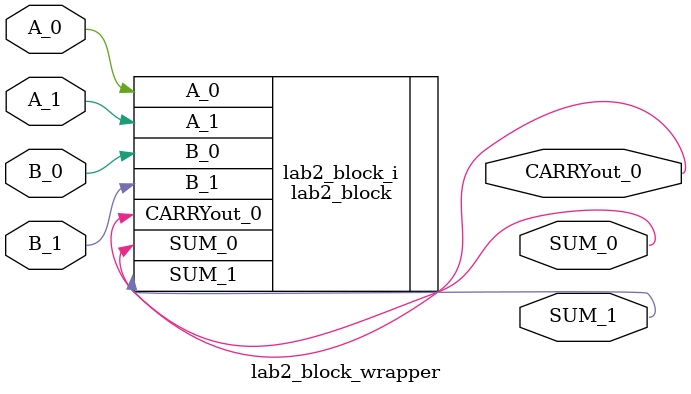
<source format=v>
`timescale 1 ps / 1 ps

module lab2_block_wrapper
   (A_0,
    A_1,
    B_0,
    B_1,
    CARRYout_0,
    SUM_0,
    SUM_1);
  input A_0;
  input A_1;
  input B_0;
  input B_1;
  output CARRYout_0;
  output SUM_0;
  output SUM_1;

  wire A_0;
  wire A_1;
  wire B_0;
  wire B_1;
  wire CARRYout_0;
  wire SUM_0;
  wire SUM_1;

  lab2_block lab2_block_i
       (.A_0(A_0),
        .A_1(A_1),
        .B_0(B_0),
        .B_1(B_1),
        .CARRYout_0(CARRYout_0),
        .SUM_0(SUM_0),
        .SUM_1(SUM_1));
endmodule

</source>
